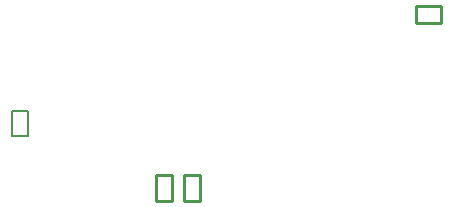
<source format=gbr>
%TF.GenerationSoftware,Altium Limited,Altium Designer,24.2.2 (26)*%
G04 Layer_Color=32896*
%FSLAX45Y45*%
%MOMM*%
%TF.SameCoordinates,49D751E1-909A-4D1D-99CC-CC6D119DB9C5*%
%TF.FilePolarity,Positive*%
%TF.FileFunction,Other,Mechanical_4*%
%TF.Part,Single*%
G01*
G75*
%TA.AperFunction,NonConductor*%
%ADD36C,0.25400*%
%ADD37C,0.12700*%
D36*
X3134285Y-4114788D02*
Y-3900787D01*
X3274285Y-4114788D02*
Y-3900787D01*
X3134285Y-4114788D02*
X3274285D01*
X3134285Y-3900787D02*
X3274285D01*
X3134285Y-4114788D02*
Y-3900787D01*
X3274285Y-4114788D02*
Y-3900787D01*
X3134285Y-4114788D02*
X3274285D01*
X3134285Y-3900787D02*
X3274285D01*
X3373045Y-4114788D02*
Y-3900787D01*
X3513045Y-4114788D02*
Y-3900787D01*
X3373045Y-4114788D02*
X3513045D01*
X3373045Y-3900787D02*
X3513045D01*
X3373045Y-4114788D02*
Y-3900787D01*
X3513045Y-4114788D02*
Y-3900787D01*
X3373045Y-4114788D02*
X3513045D01*
X3373045Y-3900787D02*
X3513045D01*
X5338760Y-2467460D02*
X5552760D01*
X5338760Y-2607460D02*
X5552760D01*
X5338760D02*
Y-2467460D01*
X5552760Y-2607460D02*
Y-2467460D01*
X5338760D02*
X5552760D01*
X5338760Y-2607460D02*
X5552760D01*
X5338760D02*
Y-2467460D01*
X5552760Y-2607460D02*
Y-2467460D01*
D37*
X1913740Y-3352480D02*
X2053740D01*
X1913740Y-3566480D02*
X2053740D01*
Y-3352480D01*
X1913740Y-3566480D02*
Y-3352480D01*
X2053740D01*
X1913740Y-3566480D02*
X2053740D01*
Y-3352480D01*
X1913740Y-3566480D02*
Y-3352480D01*
%TF.MD5,1fae91f4ca29fc95411d1dc51fa5d70b*%
M02*

</source>
